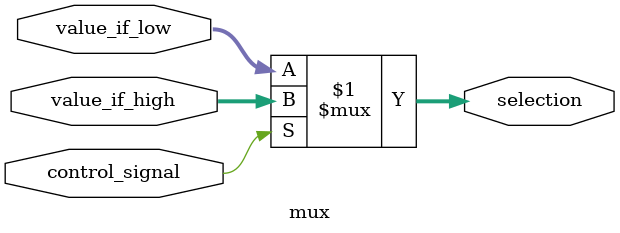
<source format=v>
module mux #(parameter WIDTH = 64) (
  input [0:WIDTH-1] value_if_low,
  input [0:WIDTH-1] value_if_high,
  input control_signal,
  output [0:WIDTH-1] selection
);

  assign selection = control_signal ? value_if_high : value_if_low;

endmodule
</source>
